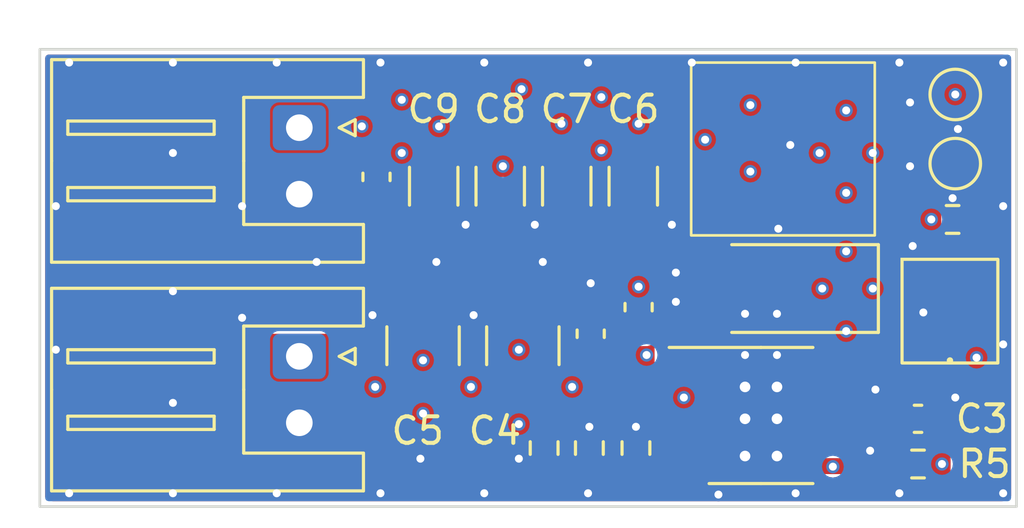
<source format=kicad_pcb>
(kicad_pcb (version 20221018) (generator pcbnew)
  (title_block (date "2023-03-16") (company "@qwerty11__"))
  (layers (0 "F.Cu" signal) (1 "In1.Cu" signal) (2 "In2.Cu" signal) (3 "In3.Cu" signal) (4 "In4.Cu" signal) (31 "B.Cu" signal) (34 "B.Paste" user) (35 "F.Paste" user) (36 "B.SilkS" user "B.Silkscreen") (37 "F.SilkS" user "F.Silkscreen") (38 "B.Mask" user) (39 "F.Mask" user) (44 "Edge.Cuts" user))
  (net 0 "")
  (net 1 "Net-(U1-BOOT)")
  (net 2 "/VIN")
  (net 3 "GND")
  (net 4 "Net-(U1-SS)")
  (net 5 "/VOUT")
  (net 6 "Net-(U1-RT{slash}SYNC)")
  (net 7 "/EN")
  (net 8 "Net-(R4-Pad2)")
  (net 9 "/FB")
  (net 11 "/SW")
  (footprint "Capacitor_SMD:C_1210_3225Metric" (layer "F.Cu") (at 99.75 72.65 90)
    (fp_text reference "C4" (at -3.2 -1.05 180) (layer "F.SilkS"))
    (fp_text value "10µF")
    (fp_line (start -0.711252 -1.36) (end 0.711252 -1.36) (stroke (width 0.12)) (layer "F.SilkS"))
    (fp_line (start -0.711252 1.36) (end 0.711252 1.36) (stroke (width 0.12)) (layer "F.SilkS"))
    (pad "1" smd roundrect (at -1.475 0 90) (size 1.15 2.7) (layers "F.Cu" "F.Paste" "F.Mask") (roundrect_rratio 0.2173913043) (net 2 "/VIN"))
    (pad "2" smd roundrect (at 1.475 0 90) (size 1.15 2.7) (layers "F.Cu" "F.Paste" "F.Mask") (roundrect_rratio 0.2173913043) (net 3 "GND"))
  )
  (footprint "Capacitor_SMD:C_1206_3216Metric" (layer "F.Cu") (at 101.4 66.65 -90)
    (fp_text reference "C7" (at -2.9 0 180) (layer "F.SilkS"))
    (fp_text value "47µF")
    (fp_line (start -0.711252 -0.91) (end 0.711252 -0.91) (stroke (width 0.12)) (layer "F.SilkS"))
    (fp_line (start -0.711252 0.91) (end 0.711252 0.91) (stroke (width 0.12)) (layer "F.SilkS"))
    (pad "1" smd roundrect (at -1.475 0 270) (size 1.15 1.8) (layers "F.Cu" "F.Paste" "F.Mask") (roundrect_rratio 0.2173913043) (net 5 "/VOUT"))
    (pad "2" smd roundrect (at 1.475 0 270) (size 1.15 1.8) (layers "F.Cu" "F.Paste" "F.Mask") (roundrect_rratio 0.2173913043) (net 3 "GND"))
  )
  (footprint "TestPoint:TestPoint_Pad_D1.5mm" (layer "F.Cu") (at 116 63.2 90)
    (fp_text reference "TP2" hide)
    (fp_text value "TestPoint")
    (fp_circle (center 0 0) (end 0 0.95) (stroke (width 0.12)) (fill none) (layer "F.SilkS"))
    (pad "1" smd circle (at 0 0 90) (size 1.5 1.5) (layers "F.Cu" "F.Mask") (net 9 "/FB"))
  )
  (footprint "Connector_JST:JST_XH_S2B-XH-A_1x02_P2.50mm_Horizontal" (layer "F.Cu") (at 91.35 64.45 -90)
    (fp_text reference "J2" hide)
    (fp_text value "Conn_01x02")
    (fp_line (start -2.56 -2.41) (end -1.14 -2.41) (stroke (width 0.12)) (layer "F.SilkS"))
    (fp_line (start -2.56 9.31) (end -2.56 -2.41) (stroke (width 0.12)) (layer "F.SilkS"))
    (fp_line (start -1.14 -2.41) (end -1.14 2.09) (stroke (width 0.12)) (layer "F.SilkS"))
    (fp_line (start -1.14 2.09) (end 1.25 2.09) (stroke (width 0.12)) (layer "F.SilkS"))
    (fp_line (start -0.3 -2.1) (end 0.3 -2.1) (stroke (width 0.12)) (layer "F.SilkS"))
    (fp_line (start -0.25 3.2) (end -0.25 8.7) (stroke (width 0.12)) (layer "F.SilkS"))
    (fp_line (start -0.25 8.7) (end 0.25 8.7) (stroke (width 0.12)) (layer "F.SilkS"))
    (fp_line (start 0 -1.5) (end -0.3 -2.1) (stroke (width 0.12)) (layer "F.SilkS"))
    (fp_line (start 0.25 3.2) (end -0.25 3.2) (stroke (width 0.12)) (layer "F.SilkS"))
    (fp_line (start 0.25 8.7) (end 0.25 3.2) (stroke (width 0.12)) (layer "F.SilkS"))
    (fp_line (start 0.3 -2.1) (end 0 -1.5) (stroke (width 0.12)) (layer "F.SilkS"))
    (fp_line (start 1.25 9.31) (end -2.56 9.31) (stroke (width 0.12)) (layer "F.SilkS"))
    (fp_line (start 1.25 9.31) (end 5.06 9.31) (stroke (width 0.12)) (layer "F.SilkS"))
    (fp_line (start 2.25 3.2) (end 2.25 8.7) (stroke (width 0.12)) (layer "F.SilkS"))
    (fp_line (start 2.25 8.7) (end 2.75 8.7) (stroke (width 0.12)) (layer "F.SilkS"))
    (fp_line (start 2.75 3.2) (end 2.25 3.2) (stroke (width 0.12)) (layer "F.SilkS"))
    (fp_line (start 2.75 8.7) (end 2.75 3.2) (stroke (width 0.12)) (layer "F.SilkS"))
    (fp_line (start 3.64 -2.41) (end 3.64 2.09) (stroke (width 0.12)) (layer "F.SilkS"))
    (fp_line (start 3.64 2.09) (end 1.25 2.09) (stroke (width 0.12)) (layer "F.SilkS"))
    (fp_line (start 5.06 -2.41) (end 3.64 -2.41) (stroke (width 0.12)) (layer "F.SilkS"))
    (fp_line (start 5.06 9.31) (end 5.06 -2.41) (stroke (width 0.12)) (layer "F.SilkS"))
    (pad "1" thru_hole roundrect (at 0 0 270) (size 1.7 2) (drill 1) (layers "*.Cu" "*.Mask") (roundrect_rratio 0.1470588235) (net 5 "/VOUT"))
    (pad "2" thru_hole oval (at 2.5 0 270) (size 1.7 2) (drill 1) (layers "*.Cu" "*.Mask") (net 3 "GND"))
  )
  (footprint "Resistor_SMD:R_0603_1608Metric" (layer "F.Cu") (at 100.55 76.5 -90)
    (fp_text reference "R2" hide)
    (fp_text value "200K")
    (fp_line (start -0.237258 -0.5225) (end 0.237258 -0.5225) (stroke (width 0.12)) (layer "F.SilkS"))
    (fp_line (start -0.237258 0.5225) (end 0.237258 0.5225) (stroke (width 0.12)) (layer "F.SilkS"))
    (pad "1" smd roundrect (at -0.825 0 270) (size 0.8 0.95) (layers "F.Cu" "F.Paste" "F.Mask") (net 2 "/VIN"))
    (pad "2" smd roundrect (at 0.825 0 270) (size 0.8 0.95) (layers "F.Cu" "F.Paste" "F.Mask") (net 7 "/EN"))
  )
  (footprint "Capacitor_SMD:C_1206_3216Metric" (layer "F.Cu") (at 103.9 66.65 -90)
    (fp_text reference "C6" (at -2.9 0 180) (layer "F.SilkS"))
    (fp_text value "47µF")
    (fp_line (start -0.711252 -0.91) (end 0.711252 -0.91) (stroke (width 0.12)) (layer "F.SilkS"))
    (fp_line (start -0.711252 0.91) (end 0.711252 0.91) (stroke (width 0.12)) (layer "F.SilkS"))
    (pad "1" smd roundrect (at -1.475 0 270) (size 1.15 1.8) (layers "F.Cu" "F.Paste" "F.Mask") (roundrect_rratio 0.2173913043) (net 5 "/VOUT"))
    (pad "2" smd roundrect (at 1.475 0 270) (size 1.15 1.8) (layers "F.Cu" "F.Paste" "F.Mask") (roundrect_rratio 0.2173913043) (net 3 "GND"))
  )
  (footprint "Capacitor_SMD:C_1210_3225Metric" (layer "F.Cu") (at 96 72.65 90)
    (fp_text reference "C5" (at -3.2 -0.2 180) (layer "F.SilkS"))
    (fp_text value "10µF")
    (fp_line (start -0.711252 -1.36) (end 0.711252 -1.36) (stroke (width 0.12)) (layer "F.SilkS"))
    (fp_line (start -0.711252 1.36) (end 0.711252 1.36) (stroke (width 0.12)) (layer "F.SilkS"))
    (pad "1" smd roundrect (at -1.475 0 90) (size 1.15 2.7) (layers "F.Cu" "F.Paste" "F.Mask") (roundrect_rratio 0.2173913043) (net 2 "/VIN"))
    (pad "2" smd roundrect (at 1.475 0 90) (size 1.15 2.7) (layers "F.Cu" "F.Paste" "F.Mask") (roundrect_rratio 0.2173913043) (net 3 "GND"))
  )
  (footprint "Resistor_SMD:R_0603_1608Metric" (layer "F.Cu") (at 115.9 67.9)
    (fp_text reference "R4" hide)
    (fp_text value "10K")
    (fp_line (start -0.237258 -0.5225) (end 0.237258 -0.5225) (stroke (width 0.12)) (layer "F.SilkS"))
    (fp_line (start -0.237258 0.5225) (end 0.237258 0.5225) (stroke (width 0.12)) (layer "F.SilkS"))
    (pad "1" smd roundrect (at -0.825 0) (size 0.8 0.95) (layers "F.Cu" "F.Paste" "F.Mask") (net 5 "/VOUT"))
    (pad "2" smd roundrect (at 0.825 0) (size 0.8 0.95) (layers "F.Cu" "F.Paste" "F.Mask") (net 8 "Net-(R4-Pad2)"))
  )
  (footprint "Package_SO:HSOP-8-1EP_3.9x4.9mm_P1.27mm_EP2.41x3.1mm" (layer "F.Cu") (at 108.7 75.275)
    (fp_text reference "U1" hide)
    (fp_text value "LMR14050")
    (fp_line (start 0 -2.56) (end -3.45 -2.56) (stroke (width 0.12)) (layer "F.SilkS"))
    (fp_line (start 0 -2.56) (end 1.95 -2.56) (stroke (width 0.12)) (layer "F.SilkS"))
    (fp_line (start 0 2.56) (end -1.95 2.56) (stroke (width 0.12)) (layer "F.SilkS"))
    (fp_line (start 0 2.56) (end 1.95 2.56) (stroke (width 0.12)) (layer "F.SilkS"))
    (pad "1" smd roundrect (at -2.65 -1.905) (size 1.6 0.6) (layers "F.Cu" "F.Paste" "F.Mask") (net 1 "Net-(U1-BOOT)"))
    (pad "2" smd roundrect (at -2.65 -0.635) (size 1.6 0.6) (layers "F.Cu" "F.Paste" "F.Mask") (net 2 "/VIN"))
    (pad "3" smd roundrect (at -2.65 0.635) (size 1.6 0.6) (layers "F.Cu" "F.Paste" "F.Mask") (net 7 "/EN"))
    (pad "4" smd roundrect (at -2.65 1.905) (size 1.6 0.6) (layers "F.Cu" "F.Paste" "F.Mask") (net 6 "Net-(U1-RT{slash}SYNC)"))
    (pad "5" smd roundrect (at 2.65 1.905) (size 1.6 0.6) (layers "F.Cu" "F.Paste" "F.Mask") (net 9 "/FB"))
    (pad "6" smd roundrect (at 2.65 0.635) (size 1.6 0.6) (layers "F.Cu" "F.Paste" "F.Mask") (net 4 "Net-(U1-SS)"))
    (pad "7" smd roundrect (at 2.65 -0.635) (size 1.6 0.6) (layers "F.Cu" "F.Paste" "F.Mask") (net 3 "GND"))
    (pad "8" smd roundrect (at 2.65 -1.905) (size 1.6 0.6) (layers "F.Cu" "F.Paste" "F.Mask") (net 11 "/SW"))
    (pad "9" smd rect (at 0 0) (size 2.41 3.1) (layers "F.Cu" "F.Mask") (net 3 "GND"))
  )
  (footprint "Resistor_SMD:R_0603_1608Metric" (layer "F.Cu") (at 102.25 76.5 90)
    (fp_text reference "R3" hide)
    (fp_text value "26.1K")
    (fp_line (start -0.237258 -0.5225) (end 0.237258 -0.5225) (stroke (width 0.12)) (layer "F.SilkS"))
    (fp_line (start -0.237258 0.5225) (end 0.237258 0.5225) (stroke (width 0.12)) (layer "F.SilkS"))
    (pad "1" smd roundrect (at -0.825 0 90) (size 0.8 0.95) (layers "F.Cu" "F.Paste" "F.Mask") (net 7 "/EN"))
    (pad "2" smd roundrect (at 0.825 0 90) (size 0.8 0.95) (layers "F.Cu" "F.Paste" "F.Mask") (net 3 "GND"))
  )
  (footprint "Capacitor_SMD:C_0603_1608Metric" (layer "F.Cu") (at 102.3 72.2 90)
    (fp_text reference "C2" hide)
    (fp_text value "0.1µF")
    (fp_line (start -0.14058 -0.51) (end 0.14058 -0.51) (stroke (width 0.12)) (layer "F.SilkS"))
    (fp_line (start -0.14058 0.51) (end 0.14058 0.51) (stroke (width 0.12)) (layer "F.SilkS"))
    (pad "1" smd roundrect (at -0.775 0 90) (size 0.9 0.95) (layers "F.Cu" "F.Paste" "F.Mask") (net 2 "/VIN"))
    (pad "2" smd roundrect (at 0.775 0 90) (size 0.9 0.95) (layers "F.Cu" "F.Paste" "F.Mask") (net 3 "GND"))
  )
  (footprint "Capacitor_SMD:C_0603_1608Metric" (layer "F.Cu") (at 104.1 71.2 90)
    (fp_text reference "C1" hide)
    (fp_text value "0.1µF")
    (fp_line (start -0.14058 -0.51) (end 0.14058 -0.51) (stroke (width 0.12)) (layer "F.SilkS"))
    (fp_line (start -0.14058 0.51) (end 0.14058 0.51) (stroke (width 0.12)) (layer "F.SilkS"))
    (pad "1" smd roundrect (at -0.775 0 90) (size 0.9 0.95) (layers "F.Cu" "F.Paste" "F.Mask") (net 1 "Net-(U1-BOOT)"))
    (pad "2" smd roundrect (at 0.775 0 90) (size 0.9 0.95) (layers "F.Cu" "F.Paste" "F.Mask") (net 11 "/SW"))
  )
  (footprint "Resistor_SMD:R_0603_1608Metric" (layer "F.Cu") (at 104 76.5 90)
    (fp_text reference "R1" hide)
    (fp_text value "24K")
    (fp_line (start -0.237258 -0.5225) (end 0.237258 -0.5225) (stroke (width 0.12)) (layer "F.SilkS"))
    (fp_line (start -0.237258 0.5225) (end 0.237258 0.5225) (stroke (width 0.12)) (layer "F.SilkS"))
    (pad "1" smd roundrect (at -0.825 0 90) (size 0.8 0.95) (layers "F.Cu" "F.Paste" "F.Mask") (net 6 "Net-(U1-RT{slash}SYNC)"))
    (pad "2" smd roundrect (at 0.825 0 90) (size 0.8 0.95) (layers "F.Cu" "F.Paste" "F.Mask") (net 3 "GND"))
  )
  (footprint "TestPoint:TestPoint_Pad_D1.5mm" (layer "F.Cu") (at 116 65.8 90)
    (fp_text reference "TP1" hide)
    (fp_text value "TestPoint")
    (fp_circle (center 0 0) (end 0 0.95) (stroke (width 0.12)) (fill none) (layer "F.SilkS"))
    (pad "1" smd circle (at 0 0 90) (size 1.5 1.5) (layers "F.Cu" "F.Mask") (net 8 "Net-(R4-Pad2)"))
  )
  (footprint "Library:FX06x0" (layer "F.Cu") (at 109.525 65.25 180)
    (fp_text reference "L1" hide)
    (fp_text value "3.3µH")
    (fp_rect (start -3.45 -3.25) (end 3.45 3.25) (stroke (width 0.1)) (fill none) (layer "F.SilkS"))
    (pad "1" smd roundrect (at -3.025 0 180) (size 2.35 3.5) (layers "F.Cu" "F.Paste" "F.Mask") (roundrect_rratio 0.1276595745) (net 11 "/SW"))
    (pad "2" smd roundrect (at 3.025 0 180) (size 2.35 3.5) (layers "F.Cu" "F.Paste" "F.Mask") (roundrect_rratio 0.1276595745) (net 5 "/VOUT"))
  )
  (footprint "Capacitor_SMD:C_1206_3216Metric" (layer "F.Cu") (at 96.4 66.65 -90)
    (fp_text reference "C9" (at -2.9 0 180) (layer "F.SilkS"))
    (fp_text value "47µF")
    (fp_line (start -0.711252 -0.91) (end 0.711252 -0.91) (stroke (width 0.12)) (layer "F.SilkS"))
    (fp_line (start -0.711252 0.91) (end 0.711252 0.91) (stroke (width 0.12)) (layer "F.SilkS"))
    (pad "1" smd roundrect (at -1.475 0 270) (size 1.15 1.8) (layers "F.Cu" "F.Paste" "F.Mask") (roundrect_rratio 0.2173913043) (net 5 "/VOUT"))
    (pad "2" smd roundrect (at 1.475 0 270) (size 1.15 1.8) (layers "F.Cu" "F.Paste" "F.Mask") (roundrect_rratio 0.2173913043) (net 3 "GND"))
  )
  (footprint "Capacitor_SMD:C_0603_1608Metric" (layer "F.Cu") (at 94.25 66.3 -90)
    (fp_text reference "C10" hide)
    (fp_text value "10µF")
    (fp_line (start -0.14058 -0.51) (end 0.14058 -0.51) (stroke (width 0.12)) (layer "F.SilkS"))
    (fp_line (start -0.14058 0.51) (end 0.14058 0.51) (stroke (width 0.12)) (layer "F.SilkS"))
    (pad "1" smd roundrect (at -0.775 0 270) (size 0.9 0.95) (layers "F.Cu" "F.Paste" "F.Mask") (net 5 "/VOUT"))
    (pad "2" smd roundrect (at 0.775 0 270) (size 0.9 0.95) (layers "F.Cu" "F.Paste" "F.Mask") (net 3 "GND"))
  )
  (footprint "Diode_SMD:D_SMA" (layer "F.Cu") (at 109.6 70.5 180)
    (fp_text reference "D1" hide)
    (fp_text value "SS54")
    (fp_line (start -3.51 -1.65) (end -3.51 1.65) (stroke (width 0.12)) (layer "F.SilkS"))
    (fp_line (start -3.51 -1.65) (end 2 -1.65) (stroke (width 0.12)) (layer "F.SilkS"))
    (fp_line (start -3.51 1.65) (end 2 1.65) (stroke (width 0.12)) (layer "F.SilkS"))
    (pad "1" smd roundrect (at -2 0 180) (size 2.5 1.8) (layers "F.Cu" "F.Paste" "F.Mask") (roundrect_rratio 0.1388888889) (net 11 "/SW"))
    (pad "2" smd roundrect (at 2 0 180) (size 2.5 1.8) (layers "F.Cu" "F.Paste" "F.Mask") (roundrect_rratio 0.1388888889) (net 3 "GND"))
  )
  (footprint "Capacitor_SMD:C_1206_3216Metric" (layer "F.Cu") (at 98.9 66.65 -90)
    (fp_text reference "C8" (at -2.9 0 180) (layer "F.SilkS"))
    (fp_text value "47µF")
    (fp_line (start -0.711252 -0.91) (end 0.711252 -0.91) (stroke (width 0.12)) (layer "F.SilkS"))
    (fp_line (start -0.711252 0.91) (end 0.711252 0.91) (stroke (width 0.12)) (layer "F.SilkS"))
    (pad "1" smd roundrect (at -1.475 0 270) (size 1.15 1.8) (layers "F.Cu" "F.Paste" "F.Mask") (roundrect_rratio 0.2173913043) (net 5 "/VOUT"))
    (pad "2" smd roundrect (at 1.475 0 270) (size 1.15 1.8) (layers "F.Cu" "F.Paste" "F.Mask") (roundrect_rratio 0.2173913043) (net 3 "GND"))
  )
  (footprint "Capacitor_SMD:C_0603_1608Metric" (layer "F.Cu") (at 114.6 75.4)
    (fp_text reference "C3" (at 2.4 0) (layer "F.SilkS"))
    (fp_text value "22nF")
    (fp_line (start -0.14058 -0.51) (end 0.14058 -0.51) (stroke (width 0.12)) (layer "F.SilkS"))
    (fp_line (start -0.14058 0.51) (end 0.14058 0.51) (stroke (width 0.12)) (layer "F.SilkS"))
    (pad "1" smd roundrect (at -0.775 0) (size 0.9 0.95) (layers "F.Cu" "F.Paste" "F.Mask") (net 4 "Net-(U1-SS)"))
    (pad "2" smd roundrect (at 0.775 0) (size 0.9 0.95) (layers "F.Cu" "F.Paste" "F.Mask") (net 3 "GND"))
  )
  (footprint "Connector_JST:JST_XH_S2B-XH-A_1x02_P2.50mm_Horizontal" (layer "F.Cu") (at 91.35 73.05 -90)
    (fp_text reference "J1" hide)
    (fp_text value "Conn_01x02")
    (fp_line (start -2.56 -2.41) (end -1.14 -2.41) (stroke (width 0.12)) (layer "F.SilkS"))
    (fp_line (start -2.56 9.31) (end -2.56 -2.41) (stroke (width 0.12)) (layer "F.SilkS"))
    (fp_line (start -1.14 -2.41) (end -1.14 2.09) (stroke (width 0.12)) (layer "F.SilkS"))
    (fp_line (start -1.14 2.09) (end 1.25 2.09) (stroke (width 0.12)) (layer "F.SilkS"))
    (fp_line (start -0.3 -2.1) (end 0.3 -2.1) (stroke (width 0.12)) (layer "F.SilkS"))
    (fp_line (start -0.25 3.2) (end -0.25 8.7) (stroke (width 0.12)) (layer "F.SilkS"))
    (fp_line (start -0.25 8.7) (end 0.25 8.7) (stroke (width 0.12)) (layer "F.SilkS"))
    (fp_line (start 0 -1.5) (end -0.3 -2.1) (stroke (width 0.12)) (layer "F.SilkS"))
    (fp_line (start 0.25 3.2) (end -0.25 3.2) (stroke (width 0.12)) (layer "F.SilkS"))
    (fp_line (start 0.25 8.7) (end 0.25 3.2) (stroke (width 0.12)) (layer "F.SilkS"))
    (fp_line (start 0.3 -2.1) (end 0 -1.5) (stroke (width 0.12)) (layer "F.SilkS"))
    (fp_line (start 1.25 9.31) (end -2.56 9.31) (stroke (width 0.12)) (layer "F.SilkS"))
    (fp_line (start 1.25 9.31) (end 5.06 9.31) (stroke (width 0.12)) (layer "F.SilkS"))
    (fp_line (start 2.25 3.2) (end 2.25 8.7) (stroke (width 0.12)) (layer "F.SilkS"))
    (fp_line (start 2.25 8.7) (end 2.75 8.7) (stroke (width 0.12)) (layer "F.SilkS"))
    (fp_line (start 2.75 3.2) (end 2.25 3.2) (stroke (width 0.12)) (layer "F.SilkS"))
    (fp_line (start 2.75 8.7) (end 2.75 3.2) (stroke (width 0.12)) (layer "F.SilkS"))
    (fp_line (start 3.64 -2.41) (end 3.64 2.09) (stroke (width 0.12)) (layer "F.SilkS"))
    (fp_line (start 3.64 2.09) (end 1.25 2.09) (stroke (width 0.12)) (layer "F.SilkS"))
    (fp_line (start 5.06 -2.41) (end 3.64 -2.41) (stroke (width 0.12)) (layer "F.SilkS"))
    (fp_line (start 5.06 9.31) (end 5.06 -2.41) (stroke (width 0.12)) (layer "F.SilkS"))
    (pad "1" thru_hole roundrect (at 0 0 270) (size 1.7 2) (drill 1) (layers "*.Cu" "*.Mask") (roundrect_rratio 0.1470588235) (net 2 "/VIN"))
    (pad "2" thru_hole oval (at 2.5 0 270) (size 1.7 2) (drill 1) (layers "*.Cu" "*.Mask") (net 3 "GND"))
  )
  (footprint "Resistor_SMD:R_0603_1608Metric" (layer "F.Cu") (at 114.6 77.1 180)
    (fp_text reference "R5" (at -2.5 0) (layer "F.SilkS"))
    (fp_text value "10K")
    (fp_line (start -0.237258 -0.5225) (end 0.237258 -0.5225) (stroke (width 0.12)) (layer "F.SilkS"))
    (fp_line (start -0.237258 0.5225) (end 0.237258 0.5225) (stroke (width 0.12)) (layer "F.SilkS"))
    (pad "1" smd roundrect (at -0.825 0 180) (size 0.8 0.95) (layers "F.Cu" "F.Paste" "F.Mask") (net 9 "/FB"))
    (pad "2" smd roundrect (at 0.825 0 180) (size 0.8 0.95) (layers "F.Cu" "F.Paste" "F.Mask") (net 3 "GND"))
  )
  (footprint "Library:G32A" (layer "F.Cu") (at 115.8 71.5)
    (fp_text reference "RV1" hide)
    (fp_text value "50k")
    (fp_rect (start -1.8 -2.1) (end 1.8 1.8) (stroke (width 0.12)) (fill none) (layer "F.SilkS"))
    (fp_circle (center 0 1.705) (end 0 1.705) (stroke (width 0.12)) (fill none) (layer "F.SilkS"))
    (pad "1" smd roundrect (at 0 -1.65) (size 1.6 1.5) (layers "F.Cu" "F.Paste" "F.Mask") (roundrect_rratio 0.2) (net 8 "Net-(R4-Pad2)"))
    (pad "2" smd roundrect (at -1 1.6) (size 1.2 1.2) (layers "F.Cu" "F.Paste" "F.Mask") (roundrect_rratio 0.1666666667))
    (pad "3" smd roundrect (at 1 1.6) (size 1.2 1.2) (layers "F.Cu" "F.Paste" "F.Mask") (roundrect_rratio 0.1666666667) (net 9 "/FB"))
  )
  (gr_rect (start 81.6 61.5) (end 118.3 78.7) (stroke (width 0.1)) (fill none) (layer "Edge.Cuts"))
  (segment (start 105.175 71.975) (end 106.05 72.85) (width 0.25) (layer "F.Cu") (net 1))
  (segment (start 104.1 71.975) (end 105.175 71.975) (width 0.25) (layer "F.Cu") (net 1))
  (segment (start 106.05 72.85) (end 106.05 73.37) (width 0.25) (layer "F.Cu") (net 1))
  (segment (start 104.455 71.92) (end 104.1 72.275) (width 0.25) (layer "F.Cu") (net 1))
  (via (at 96 73.2) (size 0.5) (drill 0.3) (layers "F.Cu" "B.Cu") (net 2))
  (via (at 101.6 74.2) (size 0.5) (drill 0.3) (layers "F.Cu" "B.Cu") (net 2))
  (via (at 97.8 74.2) (size 0.5) (drill 0.3) (layers "F.Cu" "B.Cu") (net 2))
  (via (at 105.8 74.6) (size 0.5) (drill 0.3) (layers "F.Cu" "B.Cu") (net 2))
  (via (at 94.2 74.2) (size 0.5) (drill 0.3) (layers "F.Cu" "B.Cu") (net 2))
  (via (at 96 75.2) (size 0.5) (drill 0.3) (layers "F.Cu" "B.Cu") (net 2))
  (via (at 99.6 72.8) (size 0.5) (drill 0.3) (layers "F.Cu" "B.Cu") (net 2))
  (via (at 99.6 75.6) (size 0.5) (drill 0.3) (layers "F.Cu" "B.Cu") (net 2))
  (via (at 104.4 73) (size 0.5) (drill 0.3) (layers "F.Cu" "B.Cu") (net 2))
  (via (at 90.5 62) (size 0.5) (drill 0.3) (layers "F.Cu" "B.Cu") (net 3))
  (via (at 109.3 75.4) (size 0.6) (drill 0.4) (layers "F.Cu" "B.Cu") (net 3))
  (via (at 114.4 68.9) (size 0.5) (drill 0.3) (layers "F.Cu" "B.Cu") (net 3))
  (via (at 105.5 69.9) (size 0.5) (drill 0.3) (layers "F.Cu" "B.Cu") (net 3))
  (via (at 114.3 63.5) (size 0.5) (drill 0.3) (layers "F.Cu" "B.Cu") (net 3))
  (via (at 86.6 62) (size 0.5) (drill 0.3) (layers "F.Cu" "B.Cu") (net 3))
  (via (at 89.2 67.4) (size 0.5) (drill 0.3) (layers "F.Cu" "B.Cu") (net 3))
  (via (at 86.6 74.8) (size 0.5) (drill 0.3) (layers "F.Cu" "B.Cu") (net 3))
  (via (at 109.8 65.1) (size 0.5) (drill 0.3) (layers "F.Cu" "B.Cu") (net 3))
  (via (at 106.1 62) (size 0.5) (drill 0.3) (layers "F.Cu" "B.Cu") (net 3))
  (via (at 98.3 62) (size 0.5) (drill 0.3) (layers "F.Cu" "B.Cu") (net 3))
  (via (at 115.9 67.1) (size 0.5) (drill 0.3) (layers "F.Cu" "B.Cu") (net 3))
  (via (at 109.3 74.2) (size 0.6) (drill 0.4) (layers "F.Cu" "B.Cu") (net 3))
  (via (at 96.5 69.5) (size 0.5) (drill 0.3) (layers "F.Cu" "B.Cu") (net 3))
  (via (at 82.2 72.8) (size 0.5) (drill 0.3) (layers "F.Cu" "B.Cu") (net 3))
  (via (at 82.2 67.4) (size 0.5) (drill 0.3) (layers "F.Cu" "B.Cu") (net 3))
  (via (at 109.3 73) (size 0.5) (drill 0.3) (layers "F.Cu" "B.Cu") (net 3))
  (via (at 113 74.3) (size 0.5) (drill 0.3) (layers "F.Cu" "B.Cu") (net 3))
  (via (at 86.6 65.4) (size 0.5) (drill 0.3) (layers "F.Cu" "B.Cu") (net 3))
  (via (at 113.9 78.2) (size 0.5) (drill 0.3) (layers "F.Cu" "B.Cu") (net 3))
  (via (at 95.9 76.9) (size 0.5) (drill 0.3) (layers "F.Cu" "B.Cu") (net 3))
  (via (at 86.6 70.6) (size 0.5) (drill 0.3) (layers "F.Cu" "B.Cu") (net 3))
  (via (at 90.5 78.2) (size 0.5) (drill 0.3) (layers "F.Cu" "B.Cu") (net 3))
  (via (at 99.6 76.9) (size 0.5) (drill 0.3) (layers "F.Cu" "B.Cu") (net 3))
  (via (at 98.3 78.2) (size 0.5) (drill 0.3) (layers "F.Cu" "B.Cu") (net 3))
  (via (at 105.5 71) (size 0.5) (drill 0.3) (layers "F.Cu" "B.Cu") (net 3))
  (via (at 116 74.6) (size 0.5) (drill 0.3) (layers "F.Cu" "B.Cu") (net 3))
  (via (at 102.2 78.2) (size 0.5) (drill 0.3) (layers "F.Cu" "B.Cu") (net 3))
  (via (at 112.8 76.6) (size 0.5) (drill 0.3) (layers "F.Cu" "B.Cu") (net 3))
  (via (at 97.9 71.5) (size 0.5) (drill 0.3) (layers "F.Cu" "B.Cu") (net 3))
  (via (at 94.4 78.2) (size 0.5) (drill 0.3) (layers "F.Cu" "B.Cu") (net 3))
  (via (at 100.2 68.1) (size 0.5) (drill 0.3) (layers "F.Cu" "B.Cu") (net 3))
  (via (at 108.1 71.45) (size 0.5) (drill 0.3) (layers "F.Cu" "B.Cu") (net 3))
  (via (at 109.3 76.8) (size 0.6) (drill 0.4) (layers "F.Cu" "B.Cu") (net 3))
  (via (at 110 62) (size 0.5) (drill 0.3) (layers "F.Cu" "B.Cu") (net 3))
  (via (at 108.1 74.2) (size 0.6) (drill 0.4) (layers "F.Cu" "B.Cu") (net 3))
  (via (at 105.35 68.1) (size 0.5) (drill 0.3) (layers "F.Cu" "B.Cu") (net 3))
  (via (at 108.1 75.4) (size 0.6) (drill 0.4) (layers "F.Cu" "B.Cu") (net 3))
  (via (at 92 69.5) (size 0.5) (drill 0.3) (layers "F.Cu" "B.Cu") (net 3))
  (via (at 86.6 78.2) (size 0.5) (drill 0.3) (layers "F.Cu" "B.Cu") (net 3))
  (via (at 94.4 62) (size 0.5) (drill 0.3) (layers "F.Cu" "B.Cu") (net 3))
  (via (at 117.8 78.2) (size 0.5) (drill 0.3) (layers "F.Cu" "B.Cu") (net 3))
  (via (at 102.3 70.3) (size 0.5) (drill 0.3) (layers "F.Cu" "B.Cu") (net 3))
  (via (at 109.3 71.45) (size 0.5) (drill 0.3) (layers "F.Cu" "B.Cu") (net 3))
  (via (at 89.2 71.6) (size 0.5) (drill 0.3) (layers "F.Cu" "B.Cu") (net 3))
  (via (at 116.1 64.5) (size 0.5) (drill 0.3) (layers "F.Cu" "B.Cu") (net 3))
  (via (at 102.2 62) (size 0.5) (drill 0.3) (layers "F.Cu" "B.Cu") (net 3))
  (via (at 94.1 71.5) (size 0.5) (drill 0.3) (layers "F.Cu" "B.Cu") (net 3))
  (via (at 113.9 62) (size 0.5) (drill 0.3) (layers "F.Cu" "B.Cu") (net 3))
  (via (at 108.1 73) (size 0.5) (drill 0.3) (layers "F.Cu" "B.Cu") (net 3))
  (via (at 114.8 71.4) (size 0.5) (drill 0.3) (layers "F.Cu" "B.Cu") (net 3))
  (via (at 102.25 75.7) (size 0.5) (drill 0.3) (layers "F.Cu" "B.Cu") (net 3))
  (via (at 104 75.7) (size 0.5) (drill 0.3) (layers "F.Cu" "B.Cu") (net 3))
  (via (at 117.8 62) (size 0.5) (drill 0.3) (layers "F.Cu" "B.Cu") (net 3))
  (via (at 107.1 78.25) (size 0.5) (drill 0.3) (layers "F.Cu" "B.Cu") (net 3))
  (via (at 117.8 67.4) (size 0.5) (drill 0.3) (layers "F.Cu" "B.Cu") (net 3))
  (via (at 100.5 69.5) (size 0.5) (drill 0.3) (layers "F.Cu" "B.Cu") (net 3))
  (via (at 110 78.2) (size 0.5) (drill 0.3) (layers "F.Cu" "B.Cu") (net 3))
  (via (at 82.7 78.2) (size 0.5) (drill 0.3) (layers "F.Cu" "B.Cu") (net 3))
  (via (at 109.35 68.25) (size 0.5) (drill 0.3) (layers "F.Cu" "B.Cu") (net 3))
  (via (at 97.6 68.1) (size 0.5) (drill 0.3) (layers "F.Cu" "B.Cu") (net 3))
  (via (at 114.3 65.9) (size 0.5) (drill 0.3) (layers "F.Cu" "B.Cu") (net 3))
  (via (at 82.7 62) (size 0.5) (drill 0.3) (layers "F.Cu" "B.Cu") (net 3))
  (via (at 117.8 72.6) (size 0.5) (drill 0.3) (layers "F.Cu" "B.Cu") (net 3))
  (via (at 108.1 76.8) (size 0.6) (drill 0.4) (layers "F.Cu" "B.Cu") (net 3))
  (segment (start 112.49 75.91) (end 113 75.4) (width 0.25) (layer "F.Cu") (net 4))
  (segment (start 113 75.4) (end 113.825 75.4) (width 0.25) (layer "F.Cu") (net 4))
  (segment (start 111.35 75.91) (end 112.49 75.91) (width 0.25) (layer "F.Cu") (net 4))
  (via (at 99 65.9) (size 0.5) (drill 0.3) (layers "F.Cu" "B.Cu") (net 5))
  (via (at 95.2 63.4) (size 0.5) (drill 0.3) (layers "F.Cu" "B.Cu") (net 5))
  (via (at 108.3 66.1) (size 0.5) (drill 0.3) (layers "F.Cu" "B.Cu") (net 5))
  (via (at 104.1 64.3) (size 0.5) (drill 0.3) (layers "F.Cu" "B.Cu") (net 5))
  (via (at 102.7 65.3) (size 0.5) (drill 0.3) (layers "F.Cu" "B.Cu") (net 5))
  (via (at 115.1 67.9) (size 0.5) (drill 0.3) (layers "F.Cu" "B.Cu") (net 5))
  (via (at 93.7 64.4) (size 0.5) (drill 0.3) (layers "F.Cu" "B.Cu") (net 5))
  (via (at 96.6 64.4) (size 0.5) (drill 0.3) (layers "F.Cu" "B.Cu") (net 5))
  (via (at 102.7 63.3) (size 0.5) (drill 0.3) (layers "F.Cu" "B.Cu") (net 5))
  (via (at 108.3 63.6) (size 0.5) (drill 0.3) (layers "F.Cu" "B.Cu") (net 5))
  (via (at 101.2 64.3) (size 0.5) (drill 0.3) (layers "F.Cu" "B.Cu") (net 5))
  (via (at 99.7 63) (size 0.5) (drill 0.3) (layers "F.Cu" "B.Cu") (net 5))
  (via (at 95.2 65.4) (size 0.5) (drill 0.3) (layers "F.Cu" "B.Cu") (net 5))
  (via (at 106.6 64.9) (size 0.5) (drill 0.3) (layers "F.Cu" "B.Cu") (net 5))
  (segment (start 104 77.325) (end 105.905 77.325) (width 0.25) (layer "F.Cu") (net 6))
  (segment (start 105.905 77.325) (end 106.05 77.18) (width 0.25) (layer "F.Cu") (net 6))
  (segment (start 102.25 77.325) (end 103.075 76.5) (width 0.25) (layer "F.Cu") (net 7))
  (segment (start 100.55 77.325) (end 102.25 77.325) (width 0.25) (layer "F.Cu") (net 7))
  (segment (start 103.075 76.5) (end 105.46 76.5) (width 0.25) (layer "F.Cu") (net 7))
  (segment (start 105.46 76.5) (end 106.05 75.91) (width 0.25) (layer "F.Cu") (net 7))
  (segment (start 116.725 68.925) (end 115.8 69.85) (width 0.25) (layer "F.Cu") (net 8))
  (segment (start 116.725 67.9) (end 116.725 66.525) (width 0.25) (layer "F.Cu") (net 8))
  (segment (start 116.725 66.525) (end 116 65.8) (width 0.25) (layer "F.Cu") (net 8))
  (segment (start 116.725 67.9) (end 116.725 68.925) (width 0.25) (layer "F.Cu") (net 8))
  (via (at 111.4 77.2) (size 0.5) (drill 0.3) (layers "F.Cu" "B.Cu") (net 9))
  (via (at 116 63.2) (size 0.5) (drill 0.3) (layers "F.Cu" "B.Cu") (net 9))
  (via (at 116.8 73.1) (size 0.5) (drill 0.3) (layers "F.Cu" "B.Cu") (net 9))
  (via (at 115.5 77.1) (size 0.5) (drill 0.3) (layers "F.Cu" "B.Cu") (net 9))
  (via (at 111.9 69.1) (size 0.5) (drill 0.3) (layers "F.Cu" "B.Cu") (net 11))
  (via (at 111 70.5) (size 0.5) (drill 0.3) (layers "F.Cu" "B.Cu") (net 11))
  (via (at 112.9 70.5) (size 0.5) (drill 0.3) (layers "F.Cu" "B.Cu") (net 11))
  (via (at 111.9 63.8) (size 0.5) (drill 0.3) (layers "F.Cu" "B.Cu") (net 11))
  (via (at 110.9 65.4) (size 0.5) (drill 0.3) (layers "F.Cu" "B.Cu") (net 11))
  (via (at 111.9 66.9) (size 0.5) (drill 0.3) (layers "F.Cu" "B.Cu") (net 11))
  (via (at 104.1 70.43) (size 0.5) (drill 0.3) (layers "F.Cu" "B.Cu") (net 11))
  (via (at 111.9 72.1) (size 0.5) (drill 0.3) (layers "F.Cu" "B.Cu") (net 11))
  (via (at 112.9 65.4) (size 0.5) (drill 0.3) (layers "F.Cu" "B.Cu") (net 11))
  (zone (net 3) (net_name "GND") (layer "F.Cu") (connect_pads yes (clearance 0.1)) (min_thickness 0.254) (fill yes (thermal_gap 0.508) (thermal_bridge_width 0.508) (smoothing fillet) (radius 0.5) (island_removal_mode 1) (island_area_min 0))
    (polygon (pts (xy 109.8 71.8) (xy 104.51 71.8) (xy 104.51 70.925) (xy 103.69 70.925) (xy 103.69 71.9) (xy 88.4 71.9) (xy 88.4 67.1) (xy 105.1 67.1) (xy 105.8 67.8) (xy 109.8 67.8)))
  )
  (zone (net 3) (net_name "GND") (layer "F.Cu") (connect_pads yes (clearance 0.508)) (min_thickness 0.254) (fill yes (thermal_gap 0.508) (thermal_bridge_width 0.508) (smoothing fillet) (radius 0.5) (island_removal_mode 1) (island_area_min 0))
    (polygon (pts (xy 109.8 76.9) (xy 107.5 76.9) (xy 107.5 71.2) (xy 109.8 71.2)))
  )
  (zone (net 3) (net_name "GND") (layer "F.Cu") (connect_pads yes (clearance 0.1)) (min_thickness 0.254) (fill yes (thermal_gap 0.508) (thermal_bridge_width 0.508) (smoothing fillet) (radius 0.5) (island_removal_mode 1) (island_area_min 0))
    (polygon (pts (xy 116.1 62.3) (xy 88.4 62.3) (xy 88.4 74.4) (xy 91.2 74.4) (xy 93.4 76.6) (xy 100 76.6) (xy 100 78.5) (xy 81.6 78.5) (xy 81.6 61.5) (xy 116.1 61.7)))
  )
  (zone (net 3) (net_name "GND") (layer "F.Cu") (priority 1) (connect_pads yes (clearance 0.1)) (min_thickness 0.254) (fill yes (thermal_gap 0.508) (thermal_bridge_width 0.508) (smoothing fillet) (radius 0.5) (island_removal_mode 1) (island_area_min 0))
    (polygon (pts (xy 118.25 78.5) (xy 100 78.5) (xy 100 77.1) (xy 107.45 77.1) (xy 107.45 72.9) (xy 113.75 72.9) (xy 113.75 62.3) (xy 112.75 62.3) (xy 112.75 61.7) (xy 118.25 61.7)))
  )
  (zone (net 5) (net_name "/VOUT") (layers "F.Cu" "In1.Cu") (priority 1) (connect_pads yes (clearance 0.23)) (min_thickness 0.254) (fill yes (thermal_gap 0.508) (thermal_bridge_width 0.508) (smoothing fillet) (radius 0.5) (island_removal_mode 1) (island_area_min 0))
    (polygon (pts (xy 109.3 67.2) (xy 106.1 67.2) (xy 105.2 66.3) (xy 89.55 66.3) (xy 89.5 62.5) (xy 109.3 62.5)))
  )
  (zone (net 2) (net_name "/VIN") (layers "F.Cu" "In1.Cu") (connect_pads yes (clearance 0.24)) (min_thickness 0.254) (fill yes (thermal_gap 0.508) (thermal_bridge_width 0.508) (smoothing fillet) (radius 0.2))
    (polygon (pts (xy 104.7 73.97) (xy 106.9 73.97) (xy 106.9 75.15) (xy 103.3 75.15) (xy 103.3 76.2) (xy 93.8 76.2) (xy 91.8 74.2) (xy 89.6 74.2) (xy 89.6 72.2) (xy 104.7 72.2)))
  )
  (zone (net 11) (net_name "/SW") (layers "F.Cu" "In1.Cu") (priority 4) (connect_pads yes (clearance 0.28)) (min_thickness 0.254) (fill yes (thermal_gap 0.508) (thermal_bridge_width 0.508) (smoothing fillet) (radius 0.2) (island_removal_mode 1) (island_area_min 0))
    (polygon (pts (xy 113.4 73.7) (xy 110.4 73.7) (xy 110.4 63.1) (xy 113.4 63.1)))
  )
  (zone (net 3) (net_name "GND") (layers "In1.Cu" "In2.Cu" "In3.Cu" "In4.Cu" "B.Cu") (connect_pads yes (clearance 0.1)) (min_thickness 0.254) (fill yes (thermal_gap 0.508) (thermal_bridge_width 0.508) (island_removal_mode 1) (island_area_min 0))
    (polygon (pts (xy 118.3 78.5) (xy 81.7 78.5) (xy 81.7 61.7) (xy 118.3 61.7)))
  )
)
</source>
